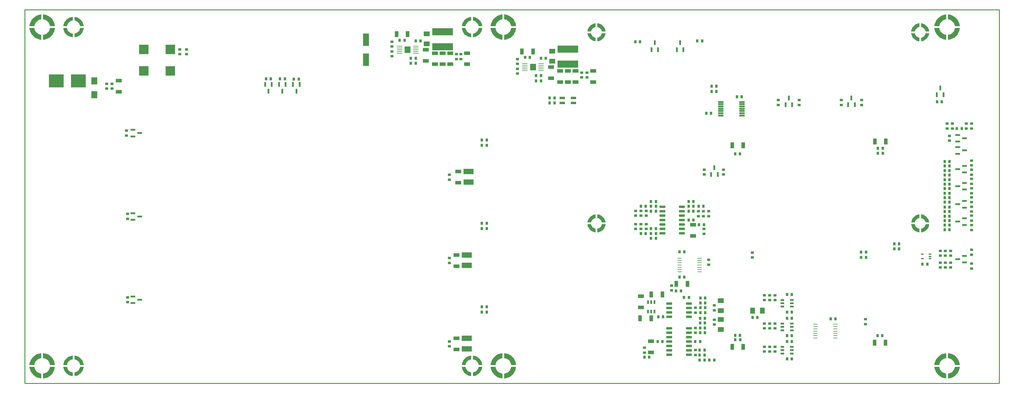
<source format=gtp>
G04 Layer_Color=10723209*
%FSLAX43Y43*%
%MOMM*%
G71*
G01*
G75*
%ADD10R,2.700X2.700*%
%ADD11O,0.800X0.400*%
%ADD13R,6.000X2.000*%
%ADD14R,1.000X0.600*%
%ADD15R,0.600X1.350*%
%ADD16R,1.340X1.800*%
%ADD17R,1.800X2.000*%
%ADD18R,0.900X0.800*%
G04:AMPARAMS|DCode=19|XSize=0.45mm|YSize=1.6mm|CornerRadius=0.05mm|HoleSize=0mm|Usage=FLASHONLY|Rotation=90.000|XOffset=0mm|YOffset=0mm|HoleType=Round|Shape=RoundedRectangle|*
%AMROUNDEDRECTD19*
21,1,0.450,1.501,0,0,90.0*
21,1,0.351,1.600,0,0,90.0*
1,1,0.099,0.750,0.175*
1,1,0.099,0.750,-0.175*
1,1,0.099,-0.750,-0.175*
1,1,0.099,-0.750,0.175*
%
%ADD19ROUNDEDRECTD19*%
%ADD20R,4.240X3.810*%
%ADD21R,0.800X0.900*%
%ADD22R,1.800X3.550*%
G04:AMPARAMS|DCode=24|XSize=0.65mm|YSize=1.65mm|CornerRadius=0.049mm|HoleSize=0mm|Usage=FLASHONLY|Rotation=90.000|XOffset=0mm|YOffset=0mm|HoleType=Round|Shape=RoundedRectangle|*
%AMROUNDEDRECTD24*
21,1,0.650,1.552,0,0,90.0*
21,1,0.552,1.650,0,0,90.0*
1,1,0.098,0.776,0.276*
1,1,0.098,0.776,-0.276*
1,1,0.098,-0.776,-0.276*
1,1,0.098,-0.776,0.276*
%
%ADD24ROUNDEDRECTD24*%
%ADD25R,2.900X1.500*%
%ADD26R,1.700X1.000*%
%ADD27R,1.600X0.800*%
G04:AMPARAMS|DCode=29|XSize=1.73mm|YSize=1.9mm|CornerRadius=0.052mm|HoleSize=0mm|Usage=FLASHONLY|Rotation=0.000|XOffset=0mm|YOffset=0mm|HoleType=Round|Shape=RoundedRectangle|*
%AMROUNDEDRECTD29*
21,1,1.730,1.796,0,0,0.0*
21,1,1.626,1.900,0,0,0.0*
1,1,0.104,0.813,-0.898*
1,1,0.104,-0.813,-0.898*
1,1,0.104,-0.813,0.898*
1,1,0.104,0.813,0.898*
%
%ADD29ROUNDEDRECTD29*%
%ADD30R,1.350X0.600*%
%ADD31R,0.600X1.000*%
%ADD32R,1.800X1.340*%
%ADD33R,1.000X1.700*%
%ADD43C,0.254*%
%ADD82O,1.300X0.250*%
G04:AMPARAMS|DCode=83|XSize=0.2mm|YSize=1.45mm|CornerRadius=0mm|HoleSize=0mm|Usage=FLASHONLY|Rotation=90.000|XOffset=0mm|YOffset=0mm|HoleType=Round|Shape=RoundedRectangle|*
%AMROUNDEDRECTD83*
21,1,0.200,1.450,0,0,90.0*
21,1,0.200,1.450,0,0,90.0*
1,1,0.000,0.725,0.100*
1,1,0.000,0.725,-0.100*
1,1,0.000,-0.725,-0.100*
1,1,0.000,-0.725,0.100*
%
%ADD83ROUNDEDRECTD83*%
G36*
X14508Y7917D02*
X15009Y7784D01*
X15478Y7566D01*
X15903Y7269D01*
X16269Y6903D01*
X16566Y6478D01*
X16784Y6009D01*
X16917Y5508D01*
X16939Y5250D01*
X15883D01*
X15883Y5250D01*
X15857Y5403D01*
X15767Y5699D01*
X15629Y5977D01*
X15449Y6229D01*
X15229Y6449D01*
X14977Y6629D01*
X14700Y6767D01*
X14403Y6857D01*
X14250Y6883D01*
X14250Y6883D01*
X14250D01*
X14250Y7939D01*
X14508Y7917D01*
D02*
G37*
G36*
X137250Y8641D02*
Y7236D01*
X137250D01*
Y7236D01*
X137063Y7207D01*
X136699Y7103D01*
X136358Y6938D01*
X136049Y6719D01*
X135781Y6452D01*
X135562Y6143D01*
X135398Y5801D01*
X135293Y5437D01*
X135264Y5250D01*
Y5250D01*
X133859D01*
X133874Y5468D01*
X133955Y5897D01*
X134087Y6313D01*
X134268Y6710D01*
X134495Y7083D01*
X134765Y7427D01*
X135074Y7735D01*
X135417Y8005D01*
X135790Y8232D01*
X136187Y8413D01*
X136603Y8545D01*
X137032Y8626D01*
X137250Y8641D01*
D01*
X137250D01*
X137250D01*
D02*
G37*
G36*
X162720Y45750D02*
X162744Y45632D01*
X162820Y45402D01*
X162930Y45188D01*
X163072Y44993D01*
X163243Y44822D01*
X163438Y44680D01*
X163652Y44570D01*
X163882Y44494D01*
X164000Y44470D01*
X164000Y44470D01*
X164000D01*
X164000Y43412D01*
X163777Y43434D01*
X163344Y43553D01*
X162938Y43744D01*
X162570Y44003D01*
X162253Y44320D01*
X161994Y44688D01*
X161803Y45094D01*
X161684Y45527D01*
X161662Y45750D01*
Y45750D01*
X162721D01*
X162720Y45750D01*
D02*
G37*
G36*
X129008Y7917D02*
X129509Y7784D01*
X129978Y7566D01*
X130403Y7269D01*
X130769Y6903D01*
X131066Y6478D01*
X131284Y6009D01*
X131417Y5508D01*
X131439Y5250D01*
X131439D01*
X131439Y5250D01*
Y5250D01*
X130383D01*
X130383Y5250D01*
X130357Y5403D01*
X130267Y5699D01*
X130129Y5977D01*
X129949Y6229D01*
X129729Y6449D01*
X129477Y6629D01*
X129200Y6767D01*
X128903Y6857D01*
X128750Y6883D01*
X128750Y6883D01*
X128750D01*
X128750Y7939D01*
X129008Y7917D01*
D02*
G37*
G36*
X13750Y6883D02*
X13750Y6883D01*
X13597Y6857D01*
X13301Y6767D01*
X13023Y6629D01*
X12771Y6449D01*
X12551Y6229D01*
X12371Y5977D01*
X12233Y5700D01*
X12143Y5403D01*
X12117Y5250D01*
Y5250D01*
X11061Y5250D01*
X11083Y5508D01*
X11216Y6009D01*
X11434Y6478D01*
X11731Y6903D01*
X12097Y7269D01*
X12522Y7566D01*
X12991Y7784D01*
X13492Y7917D01*
X13750Y7939D01*
Y6883D01*
D02*
G37*
G36*
X16939Y5250D02*
Y5250D01*
X16939D01*
X16939Y5250D01*
D02*
G37*
G36*
X128250Y6883D02*
X128250Y6883D01*
X128097Y6857D01*
X127801Y6767D01*
X127523Y6629D01*
X127271Y6449D01*
X127051Y6229D01*
X126871Y5977D01*
X126733Y5700D01*
X126643Y5403D01*
X126617Y5250D01*
Y5250D01*
X125561Y5250D01*
X125583Y5508D01*
X125716Y6009D01*
X125934Y6478D01*
X126231Y6903D01*
X126597Y7269D01*
X127022Y7566D01*
X127491Y7784D01*
X127992Y7917D01*
X128250Y7939D01*
Y6883D01*
D02*
G37*
G36*
X255740Y45750D02*
X255764Y45632D01*
X255840Y45402D01*
X255950Y45188D01*
X256092Y44993D01*
X256263Y44822D01*
X256458Y44680D01*
X256672Y44570D01*
X256902Y44494D01*
X257020Y44470D01*
X257020Y44470D01*
X257020D01*
X257020Y43412D01*
X256797Y43434D01*
X256364Y43553D01*
X255958Y43744D01*
X255590Y44003D01*
X255273Y44320D01*
X255014Y44688D01*
X254823Y45094D01*
X254704Y45527D01*
X254682Y45750D01*
Y45750D01*
X255741D01*
X255740Y45750D01*
D02*
G37*
G36*
X164000Y47529D02*
X164000Y47530D01*
X163882Y47506D01*
X163652Y47430D01*
X163438Y47320D01*
X163243Y47178D01*
X163072Y47007D01*
X162930Y46812D01*
X162820Y46598D01*
X162744Y46368D01*
X162720Y46250D01*
X162720D01*
Y46250D01*
X161662D01*
X161684Y46473D01*
X161803Y46906D01*
X161994Y47312D01*
X162253Y47680D01*
X162570Y47997D01*
X162938Y48256D01*
X163344Y48447D01*
X163777Y48566D01*
X164000Y48588D01*
Y48588D01*
X164000D01*
Y47529D01*
D02*
G37*
G36*
X257020D02*
X257020Y47530D01*
X256902Y47506D01*
X256672Y47430D01*
X256458Y47320D01*
X256263Y47178D01*
X256092Y47007D01*
X255950Y46812D01*
X255840Y46598D01*
X255764Y46368D01*
X255740Y46250D01*
X255740D01*
Y46250D01*
X254682D01*
X254704Y46473D01*
X254823Y46906D01*
X255014Y47312D01*
X255273Y47680D01*
X255590Y47997D01*
X255957Y48256D01*
X256364Y48447D01*
X256797Y48566D01*
X257020Y48588D01*
Y48588D01*
X257020D01*
Y47529D01*
D02*
G37*
G36*
X162720Y100750D02*
X162744Y100632D01*
X162820Y100402D01*
X162930Y100188D01*
X163072Y99993D01*
X163243Y99822D01*
X163438Y99680D01*
X163652Y99570D01*
X163882Y99494D01*
X164000Y99470D01*
X164000Y99470D01*
X164000D01*
X164000Y98412D01*
X163777Y98434D01*
X163344Y98553D01*
X162938Y98744D01*
X162570Y99003D01*
X162253Y99320D01*
X161994Y99688D01*
X161803Y100094D01*
X161684Y100527D01*
X161662Y100750D01*
Y100750D01*
X162721D01*
X162720Y100750D01*
D02*
G37*
G36*
X257743Y48566D02*
X258176Y48447D01*
X258582Y48256D01*
X258950Y47997D01*
X259267Y47680D01*
X259526Y47312D01*
X259717Y46906D01*
X259836Y46473D01*
X259858Y46250D01*
X259858Y46250D01*
Y46250D01*
X258799D01*
X258800Y46250D01*
X258776Y46368D01*
X258700Y46598D01*
X258590Y46812D01*
X258448Y47007D01*
X258277Y47178D01*
X258082Y47320D01*
X257868Y47430D01*
X257638Y47506D01*
X257520Y47530D01*
X257520D01*
Y48588D01*
X257743Y48566D01*
D02*
G37*
G36*
X166838Y45750D02*
X166816Y45527D01*
X166697Y45094D01*
X166506Y44688D01*
X166247Y44320D01*
X165930Y44003D01*
X165562Y43744D01*
X165156Y43553D01*
X164723Y43434D01*
X164500Y43412D01*
X164500D01*
Y44471D01*
X164500Y44470D01*
X164618Y44494D01*
X164848Y44570D01*
X165062Y44680D01*
X165257Y44822D01*
X165428Y44993D01*
X165570Y45188D01*
X165680Y45402D01*
X165756Y45632D01*
X165780Y45750D01*
Y45750D01*
Y45750D01*
X166838Y45750D01*
D02*
G37*
G36*
X259858D02*
X259836Y45527D01*
X259717Y45094D01*
X259526Y44688D01*
X259267Y44320D01*
X258950Y44003D01*
X258582Y43744D01*
X258176Y43553D01*
X257743Y43434D01*
X257520Y43412D01*
X257520D01*
Y44471D01*
X257520Y44470D01*
X257638Y44494D01*
X257868Y44570D01*
X258082Y44680D01*
X258277Y44822D01*
X258448Y44993D01*
X258590Y45188D01*
X258700Y45402D01*
X258776Y45632D01*
X258800Y45750D01*
Y45750D01*
Y45750D01*
X259858Y45750D01*
D02*
G37*
G36*
X164723Y48566D02*
X165156Y48447D01*
X165562Y48256D01*
X165930Y47997D01*
X166247Y47680D01*
X166506Y47312D01*
X166697Y46906D01*
X166816Y46473D01*
X166838Y46250D01*
X166838Y46250D01*
Y46250D01*
X165779D01*
X165780Y46250D01*
X165756Y46368D01*
X165680Y46598D01*
X165570Y46812D01*
X165428Y47007D01*
X165257Y47178D01*
X165062Y47320D01*
X164848Y47430D01*
X164618Y47506D01*
X164500Y47530D01*
X164500D01*
Y48588D01*
X164723Y48566D01*
D02*
G37*
G36*
X141141Y5250D02*
Y5250D01*
D01*
Y5250D01*
D02*
G37*
G36*
X16917Y4492D02*
X16784Y3991D01*
X16566Y3522D01*
X16269Y3097D01*
X15903Y2731D01*
X15478Y2434D01*
X15009Y2216D01*
X14508Y2083D01*
X14250Y2061D01*
D01*
X14250D01*
X14250D01*
Y3117D01*
X14250D01*
X14403Y3143D01*
X14699Y3233D01*
X14977Y3371D01*
X15229Y3551D01*
X15449Y3771D01*
X15629Y4023D01*
X15767Y4300D01*
X15857Y4597D01*
X15883Y4750D01*
X15883D01*
Y4750D01*
X16939D01*
X16917Y4492D01*
D02*
G37*
G36*
X126617Y4750D02*
X126643Y4597D01*
X126733Y4301D01*
X126871Y4023D01*
X127051Y3771D01*
X127271Y3551D01*
X127523Y3371D01*
X127800Y3233D01*
X128097Y3143D01*
X128250Y3117D01*
X128250D01*
Y2061D01*
X127992Y2083D01*
X127491Y2216D01*
X127022Y2434D01*
X126597Y2731D01*
X126231Y3097D01*
X125934Y3522D01*
X125716Y3991D01*
X125583Y4492D01*
X125561Y4750D01*
X126617D01*
Y4750D01*
D02*
G37*
G36*
X131417Y4492D02*
X131284Y3991D01*
X131066Y3522D01*
X130769Y3097D01*
X130403Y2731D01*
X129978Y2434D01*
X129509Y2216D01*
X129008Y2083D01*
X128750Y2061D01*
D01*
X128750D01*
X128750D01*
Y3117D01*
X128750D01*
X128903Y3143D01*
X129199Y3233D01*
X129477Y3371D01*
X129729Y3551D01*
X129949Y3771D01*
X130129Y4023D01*
X130267Y4300D01*
X130357Y4597D01*
X130383Y4750D01*
X130383D01*
Y4750D01*
X131439D01*
X131417Y4492D01*
D02*
G37*
G36*
X12117Y4750D02*
X12143Y4597D01*
X12233Y4301D01*
X12371Y4023D01*
X12551Y3771D01*
X12771Y3551D01*
X13023Y3371D01*
X13300Y3233D01*
X13597Y3143D01*
X13750Y3117D01*
X13750D01*
Y2061D01*
X13492Y2083D01*
X12991Y2216D01*
X12522Y2434D01*
X12097Y2731D01*
X11731Y3097D01*
X11434Y3522D01*
X11216Y3991D01*
X11083Y4492D01*
X11061Y4750D01*
X12117D01*
Y4750D01*
D02*
G37*
G36*
X8641Y4750D02*
X8626Y4532D01*
X8545Y4103D01*
X8413Y3687D01*
X8232Y3290D01*
X8005Y2917D01*
X7735Y2573D01*
X7426Y2265D01*
X7083Y1995D01*
X6710Y1768D01*
X6313Y1587D01*
X5897Y1455D01*
X5468Y1373D01*
X5250Y1359D01*
X5250Y1359D01*
Y2764D01*
X5250D01*
X5437Y2793D01*
X5801Y2897D01*
X6142Y3062D01*
X6451Y3281D01*
X6719Y3548D01*
X6938Y3857D01*
X7102Y4199D01*
X7207Y4563D01*
X7236Y4750D01*
X7236Y4750D01*
X8641D01*
Y4750D01*
D02*
G37*
G36*
X268641D02*
X268626Y4532D01*
X268545Y4103D01*
X268413Y3687D01*
X268232Y3290D01*
X268005Y2917D01*
X267735Y2573D01*
X267427Y2265D01*
X267083Y1995D01*
X266710Y1768D01*
X266313Y1587D01*
X265897Y1455D01*
X265468Y1373D01*
X265250Y1359D01*
X265250Y1359D01*
Y2764D01*
X265250D01*
X265437Y2793D01*
X265801Y2897D01*
X266142Y3062D01*
X266451Y3281D01*
X266719Y3548D01*
X266938Y3857D01*
X267102Y4199D01*
X267207Y4563D01*
X267236Y4750D01*
X267236Y4750D01*
X268641D01*
Y4750D01*
D02*
G37*
G36*
X141141Y4750D02*
X141126Y4532D01*
X141045Y4103D01*
X140913Y3687D01*
X140732Y3290D01*
X140505Y2917D01*
X140235Y2573D01*
X139926Y2265D01*
X139583Y1995D01*
X139210Y1768D01*
X138813Y1587D01*
X138397Y1455D01*
X137968Y1374D01*
X137750Y1359D01*
X137750Y1359D01*
Y2764D01*
X137750D01*
X137937Y2793D01*
X138301Y2897D01*
X138642Y3062D01*
X138951Y3281D01*
X139219Y3548D01*
X139438Y3857D01*
X139602Y4199D01*
X139707Y4563D01*
X139736Y4750D01*
X139736Y4750D01*
X141141D01*
Y4750D01*
D02*
G37*
G36*
X2793Y4563D02*
X2897Y4199D01*
X3062Y3858D01*
X3281Y3549D01*
X3548Y3281D01*
X3857Y3062D01*
X4199Y2898D01*
X4563Y2793D01*
X4750Y2764D01*
X4750D01*
Y1359D01*
X4750Y1359D01*
X4532Y1374D01*
X4103Y1455D01*
X3687Y1587D01*
X3290Y1768D01*
X2917Y1995D01*
X2573Y2265D01*
X2265Y2573D01*
X1995Y2917D01*
X1768Y3290D01*
X1587Y3687D01*
X1455Y4103D01*
X1374Y4532D01*
X1359Y4750D01*
X1359Y4750D01*
X2764D01*
Y4750D01*
X2793Y4563D01*
D02*
G37*
G36*
X265468Y8626D02*
X265897Y8545D01*
X266313Y8413D01*
X266710Y8232D01*
X267083Y8005D01*
X267427Y7735D01*
X267735Y7426D01*
X268005Y7083D01*
X268232Y6710D01*
X268413Y6313D01*
X268545Y5897D01*
X268626Y5468D01*
X268641Y5250D01*
D01*
Y5250D01*
Y5250D01*
X267236D01*
Y5250D01*
X267236Y5250D01*
X267207Y5437D01*
X267103Y5801D01*
X266938Y6142D01*
X266719Y6451D01*
X266452Y6719D01*
X266143Y6938D01*
X265801Y7102D01*
X265437Y7207D01*
X265250Y7236D01*
X265250Y7236D01*
Y8641D01*
X265468Y8626D01*
D02*
G37*
G36*
X4750Y8641D02*
Y7236D01*
X4750D01*
Y7236D01*
X4563Y7207D01*
X4199Y7102D01*
X3858Y6938D01*
X3549Y6719D01*
X3281Y6452D01*
X3062Y6143D01*
X2898Y5801D01*
X2793Y5437D01*
X2764Y5250D01*
Y5250D01*
X1359D01*
X1374Y5468D01*
X1455Y5897D01*
X1587Y6313D01*
X1768Y6710D01*
X1995Y7083D01*
X2265Y7427D01*
X2573Y7735D01*
X2917Y8005D01*
X3290Y8232D01*
X3687Y8413D01*
X4103Y8545D01*
X4532Y8626D01*
X4750Y8641D01*
D01*
X4750D01*
X4750D01*
D02*
G37*
G36*
X264750D02*
Y7236D01*
X264750D01*
Y7236D01*
X264563Y7207D01*
X264199Y7102D01*
X263858Y6938D01*
X263549Y6719D01*
X263281Y6452D01*
X263062Y6143D01*
X262898Y5801D01*
X262793Y5437D01*
X262764Y5250D01*
Y5250D01*
X261359D01*
X261374Y5468D01*
X261455Y5897D01*
X261587Y6313D01*
X261768Y6710D01*
X261995Y7083D01*
X262265Y7427D01*
X262573Y7735D01*
X262917Y8005D01*
X263290Y8232D01*
X263687Y8413D01*
X264103Y8545D01*
X264532Y8626D01*
X264750Y8641D01*
D01*
X264750D01*
X264750D01*
D02*
G37*
G36*
X137968Y8626D02*
X138397Y8545D01*
X138813Y8413D01*
X139210Y8232D01*
X139583Y8005D01*
X139927Y7735D01*
X140235Y7426D01*
X140505Y7083D01*
X140732Y6710D01*
X140913Y6313D01*
X141045Y5897D01*
X141126Y5468D01*
X141141Y5250D01*
X139736D01*
Y5250D01*
X139736Y5250D01*
X139707Y5437D01*
X139603Y5801D01*
X139438Y6142D01*
X139219Y6451D01*
X138952Y6719D01*
X138643Y6938D01*
X138301Y7102D01*
X137937Y7207D01*
X137750Y7236D01*
X137750Y7236D01*
Y8641D01*
X137968Y8626D01*
D02*
G37*
G36*
X262793Y4563D02*
X262897Y4199D01*
X263062Y3858D01*
X263281Y3549D01*
X263548Y3281D01*
X263857Y3062D01*
X264199Y2898D01*
X264563Y2793D01*
X264750Y2764D01*
X264750D01*
Y1359D01*
X264750Y1359D01*
X264532Y1374D01*
X264103Y1455D01*
X263687Y1587D01*
X263290Y1768D01*
X262917Y1995D01*
X262573Y2265D01*
X262265Y2573D01*
X261995Y2917D01*
X261768Y3290D01*
X261587Y3687D01*
X261455Y4103D01*
X261374Y4532D01*
X261359Y4750D01*
X261359Y4750D01*
X262764D01*
Y4750D01*
X262793Y4563D01*
D02*
G37*
G36*
X135293Y4563D02*
X135397Y4199D01*
X135562Y3858D01*
X135781Y3549D01*
X136048Y3281D01*
X136357Y3062D01*
X136699Y2898D01*
X137063Y2793D01*
X137250Y2764D01*
X137250D01*
Y1359D01*
X137250Y1359D01*
X137032Y1374D01*
X136603Y1455D01*
X136187Y1587D01*
X135790Y1768D01*
X135417Y1995D01*
X135073Y2265D01*
X134765Y2573D01*
X134495Y2917D01*
X134268Y3290D01*
X134087Y3687D01*
X133955Y4103D01*
X133874Y4532D01*
X133859Y4750D01*
X133859Y4750D01*
X135264D01*
Y4750D01*
X135293Y4563D01*
D02*
G37*
G36*
X5468Y8626D02*
X5897Y8545D01*
X6313Y8413D01*
X6710Y8232D01*
X7083Y8005D01*
X7427Y7735D01*
X7735Y7426D01*
X8005Y7083D01*
X8232Y6710D01*
X8413Y6313D01*
X8545Y5897D01*
X8626Y5468D01*
X8641Y5250D01*
D01*
Y5250D01*
Y5250D01*
X7236D01*
Y5250D01*
X7236Y5250D01*
X7207Y5437D01*
X7103Y5801D01*
X6938Y6142D01*
X6719Y6451D01*
X6452Y6719D01*
X6143Y6938D01*
X5801Y7102D01*
X5437Y7207D01*
X5250Y7236D01*
X5250Y7236D01*
Y8641D01*
X5468Y8626D01*
D02*
G37*
G36*
X255720Y100750D02*
X255744Y100632D01*
X255820Y100402D01*
X255930Y100188D01*
X256072Y99993D01*
X256243Y99822D01*
X256438Y99680D01*
X256652Y99570D01*
X256882Y99494D01*
X257000Y99470D01*
X257000Y99470D01*
X257000D01*
X257000Y98412D01*
X256777Y98434D01*
X256344Y98553D01*
X255938Y98744D01*
X255570Y99003D01*
X255253Y99320D01*
X254994Y99688D01*
X254803Y100094D01*
X254684Y100527D01*
X254662Y100750D01*
Y100750D01*
X255721D01*
X255720Y100750D01*
D02*
G37*
G36*
X13750Y104383D02*
X13750Y104383D01*
X13597Y104357D01*
X13301Y104267D01*
X13023Y104129D01*
X12771Y103949D01*
X12551Y103729D01*
X12371Y103477D01*
X12233Y103200D01*
X12143Y102903D01*
X12117Y102750D01*
Y102750D01*
X11061Y102750D01*
X11083Y103008D01*
X11216Y103509D01*
X11434Y103978D01*
X11731Y104403D01*
X12097Y104769D01*
X12522Y105066D01*
X12991Y105284D01*
X13492Y105417D01*
X13750Y105439D01*
Y104383D01*
D02*
G37*
G36*
X16939Y102750D02*
Y102750D01*
X16939D01*
X16939Y102750D01*
D02*
G37*
G36*
X128250Y104383D02*
X128250Y104383D01*
X128097Y104357D01*
X127801Y104267D01*
X127523Y104129D01*
X127271Y103949D01*
X127051Y103729D01*
X126871Y103477D01*
X126733Y103200D01*
X126643Y102903D01*
X126617Y102750D01*
Y102750D01*
X125561Y102750D01*
X125583Y103008D01*
X125716Y103509D01*
X125934Y103978D01*
X126231Y104403D01*
X126597Y104769D01*
X127022Y105066D01*
X127491Y105284D01*
X127992Y105417D01*
X128250Y105439D01*
Y104383D01*
D02*
G37*
G36*
X265468Y106126D02*
X265897Y106045D01*
X266313Y105913D01*
X266710Y105732D01*
X267083Y105505D01*
X267427Y105235D01*
X267735Y104926D01*
X268005Y104583D01*
X268232Y104210D01*
X268413Y103813D01*
X268545Y103397D01*
X268626Y102968D01*
X268641Y102750D01*
D01*
Y102750D01*
Y102750D01*
X267236D01*
Y102750D01*
X267236Y102750D01*
X267207Y102937D01*
X267103Y103301D01*
X266938Y103642D01*
X266719Y103951D01*
X266452Y104219D01*
X266143Y104438D01*
X265801Y104602D01*
X265437Y104707D01*
X265250Y104736D01*
X265250Y104736D01*
Y106141D01*
X265468Y106126D01*
D02*
G37*
G36*
X137968D02*
X138397Y106045D01*
X138813Y105913D01*
X139210Y105732D01*
X139583Y105505D01*
X139927Y105235D01*
X140235Y104926D01*
X140505Y104583D01*
X140732Y104210D01*
X140913Y103813D01*
X141045Y103397D01*
X141126Y102968D01*
X141141Y102750D01*
X139736D01*
Y102750D01*
X139736Y102750D01*
X139707Y102937D01*
X139603Y103301D01*
X139438Y103642D01*
X139219Y103951D01*
X138952Y104219D01*
X138643Y104438D01*
X138301Y104602D01*
X137937Y104707D01*
X137750Y104736D01*
X137750Y104736D01*
Y106141D01*
X137968Y106126D01*
D02*
G37*
G36*
X5468D02*
X5897Y106045D01*
X6313Y105913D01*
X6710Y105732D01*
X7083Y105505D01*
X7427Y105235D01*
X7735Y104926D01*
X8005Y104583D01*
X8232Y104210D01*
X8413Y103813D01*
X8545Y103397D01*
X8626Y102968D01*
X8641Y102750D01*
D01*
Y102750D01*
Y102750D01*
X7236D01*
Y102750D01*
X7236Y102750D01*
X7207Y102937D01*
X7103Y103301D01*
X6938Y103642D01*
X6719Y103951D01*
X6452Y104219D01*
X6143Y104438D01*
X5801Y104602D01*
X5437Y104707D01*
X5250Y104736D01*
X5250Y104736D01*
Y106141D01*
X5468Y106126D01*
D02*
G37*
G36*
X141141Y102750D02*
Y102750D01*
D01*
Y102750D01*
D02*
G37*
G36*
X129008Y105417D02*
X129509Y105284D01*
X129978Y105066D01*
X130403Y104769D01*
X130769Y104403D01*
X131066Y103978D01*
X131284Y103509D01*
X131417Y103008D01*
X131439Y102750D01*
X131439D01*
X131439Y102750D01*
Y102750D01*
X130383D01*
X130383Y102750D01*
X130357Y102903D01*
X130267Y103199D01*
X130129Y103477D01*
X129949Y103729D01*
X129729Y103949D01*
X129477Y104129D01*
X129200Y104267D01*
X128903Y104357D01*
X128750Y104383D01*
X128750Y104383D01*
X128750D01*
X128750Y105439D01*
X129008Y105417D01*
D02*
G37*
G36*
X4750Y106141D02*
D01*
X4750D01*
X4750D01*
D02*
G37*
G36*
X137250D02*
D01*
X137250D01*
X137250D01*
D02*
G37*
G36*
X264750D02*
D01*
X264750D01*
X264750D01*
D02*
G37*
G36*
Y104736D02*
X264750D01*
Y104736D01*
X264563Y104707D01*
X264199Y104603D01*
X263858Y104438D01*
X263549Y104219D01*
X263281Y103952D01*
X263062Y103643D01*
X262898Y103301D01*
X262793Y102937D01*
X262764Y102750D01*
Y102750D01*
X261359D01*
X261374Y102968D01*
X261455Y103397D01*
X261587Y103813D01*
X261768Y104210D01*
X261995Y104583D01*
X262265Y104927D01*
X262573Y105235D01*
X262917Y105505D01*
X263290Y105732D01*
X263687Y105913D01*
X264103Y106045D01*
X264532Y106126D01*
X264750Y106141D01*
Y104736D01*
D02*
G37*
G36*
X4750D02*
X4750D01*
Y104736D01*
X4563Y104707D01*
X4199Y104603D01*
X3858Y104438D01*
X3549Y104219D01*
X3281Y103952D01*
X3062Y103643D01*
X2898Y103301D01*
X2793Y102937D01*
X2764Y102750D01*
Y102750D01*
X1359D01*
X1374Y102968D01*
X1455Y103397D01*
X1587Y103813D01*
X1768Y104210D01*
X1995Y104583D01*
X2265Y104927D01*
X2573Y105235D01*
X2917Y105505D01*
X3290Y105732D01*
X3687Y105913D01*
X4103Y106045D01*
X4532Y106126D01*
X4750Y106141D01*
Y104736D01*
D02*
G37*
G36*
X14508Y105417D02*
X15009Y105284D01*
X15478Y105066D01*
X15903Y104769D01*
X16269Y104403D01*
X16566Y103978D01*
X16784Y103509D01*
X16917Y103008D01*
X16939Y102750D01*
X15883D01*
X15883Y102750D01*
X15857Y102903D01*
X15767Y103199D01*
X15629Y103477D01*
X15449Y103729D01*
X15229Y103949D01*
X14977Y104129D01*
X14700Y104267D01*
X14403Y104357D01*
X14250Y104383D01*
X14250Y104383D01*
X14250D01*
X14250Y105439D01*
X14508Y105417D01*
D02*
G37*
G36*
X137250Y104736D02*
X137250D01*
Y104736D01*
X137063Y104707D01*
X136699Y104603D01*
X136358Y104438D01*
X136049Y104219D01*
X135781Y103952D01*
X135562Y103643D01*
X135398Y103301D01*
X135293Y102937D01*
X135264Y102750D01*
Y102750D01*
X133859D01*
X133874Y102968D01*
X133955Y103397D01*
X134087Y103813D01*
X134268Y104210D01*
X134495Y104583D01*
X134765Y104927D01*
X135074Y105235D01*
X135417Y105505D01*
X135790Y105732D01*
X136187Y105913D01*
X136603Y106045D01*
X137032Y106126D01*
X137250Y106141D01*
Y104736D01*
D02*
G37*
G36*
X257000Y102529D02*
X257000Y102530D01*
X256882Y102506D01*
X256652Y102430D01*
X256438Y102320D01*
X256243Y102178D01*
X256072Y102007D01*
X255930Y101812D01*
X255820Y101598D01*
X255744Y101368D01*
X255720Y101250D01*
X255720D01*
Y101250D01*
X254662D01*
X254684Y101473D01*
X254803Y101906D01*
X254994Y102312D01*
X255253Y102680D01*
X255570Y102997D01*
X255938Y103256D01*
X256344Y103447D01*
X256777Y103566D01*
X257000Y103588D01*
Y103588D01*
X257000D01*
Y102529D01*
D02*
G37*
G36*
X259838Y100750D02*
X259816Y100527D01*
X259697Y100094D01*
X259506Y99688D01*
X259247Y99320D01*
X258930Y99003D01*
X258562Y98744D01*
X258156Y98553D01*
X257723Y98434D01*
X257500Y98412D01*
X257500D01*
Y99471D01*
X257500Y99470D01*
X257618Y99494D01*
X257848Y99570D01*
X258062Y99680D01*
X258257Y99822D01*
X258428Y99993D01*
X258570Y100188D01*
X258680Y100402D01*
X258756Y100632D01*
X258780Y100750D01*
Y100750D01*
Y100750D01*
X259838Y100750D01*
D02*
G37*
G36*
X12117Y102250D02*
X12143Y102097D01*
X12233Y101801D01*
X12371Y101523D01*
X12551Y101271D01*
X12771Y101051D01*
X13023Y100871D01*
X13300Y100733D01*
X13597Y100643D01*
X13750Y100617D01*
X13750D01*
Y99561D01*
X13492Y99583D01*
X12991Y99716D01*
X12522Y99934D01*
X12097Y100231D01*
X11731Y100597D01*
X11434Y101022D01*
X11216Y101491D01*
X11083Y101992D01*
X11061Y102250D01*
X12117D01*
Y102250D01*
D02*
G37*
G36*
X16917Y101992D02*
X16784Y101491D01*
X16566Y101022D01*
X16269Y100597D01*
X15903Y100231D01*
X15478Y99934D01*
X15009Y99716D01*
X14508Y99583D01*
X14250Y99561D01*
D01*
X14250D01*
X14250D01*
Y100617D01*
X14250D01*
X14403Y100643D01*
X14699Y100733D01*
X14977Y100871D01*
X15229Y101051D01*
X15449Y101271D01*
X15629Y101523D01*
X15767Y101800D01*
X15857Y102097D01*
X15883Y102250D01*
X15883D01*
Y102250D01*
X16939D01*
X16917Y101992D01*
D02*
G37*
G36*
X166838Y100750D02*
X166816Y100527D01*
X166697Y100094D01*
X166506Y99688D01*
X166247Y99320D01*
X165930Y99003D01*
X165562Y98744D01*
X165156Y98553D01*
X164723Y98434D01*
X164500Y98412D01*
X164500D01*
Y99471D01*
X164500Y99470D01*
X164618Y99494D01*
X164848Y99570D01*
X165062Y99680D01*
X165257Y99822D01*
X165428Y99993D01*
X165570Y100188D01*
X165680Y100402D01*
X165756Y100632D01*
X165780Y100750D01*
Y100750D01*
Y100750D01*
X166838Y100750D01*
D02*
G37*
G36*
X8641Y102250D02*
X8626Y102032D01*
X8545Y101603D01*
X8413Y101187D01*
X8232Y100790D01*
X8005Y100417D01*
X7735Y100073D01*
X7426Y99765D01*
X7083Y99495D01*
X6710Y99268D01*
X6313Y99087D01*
X5897Y98955D01*
X5468Y98874D01*
X5250Y98859D01*
X5250Y98859D01*
Y100264D01*
X5250D01*
X5437Y100293D01*
X5801Y100397D01*
X6142Y100562D01*
X6451Y100781D01*
X6719Y101048D01*
X6938Y101357D01*
X7102Y101699D01*
X7207Y102063D01*
X7236Y102250D01*
X7236Y102250D01*
X8641D01*
Y102250D01*
D02*
G37*
G36*
X141141D02*
X141126Y102032D01*
X141045Y101603D01*
X140913Y101187D01*
X140732Y100790D01*
X140505Y100417D01*
X140235Y100073D01*
X139926Y99765D01*
X139583Y99495D01*
X139210Y99268D01*
X138813Y99087D01*
X138397Y98955D01*
X137968Y98874D01*
X137750Y98859D01*
X137750Y98859D01*
Y100264D01*
X137750D01*
X137937Y100293D01*
X138301Y100397D01*
X138642Y100562D01*
X138951Y100781D01*
X139219Y101048D01*
X139438Y101357D01*
X139602Y101699D01*
X139707Y102063D01*
X139736Y102250D01*
X139736Y102250D01*
X141141D01*
Y102250D01*
D02*
G37*
G36*
X268641D02*
X268626Y102032D01*
X268545Y101603D01*
X268413Y101187D01*
X268232Y100790D01*
X268005Y100417D01*
X267735Y100073D01*
X267427Y99765D01*
X267083Y99495D01*
X266710Y99268D01*
X266313Y99087D01*
X265897Y98955D01*
X265468Y98874D01*
X265250Y98859D01*
X265250Y98859D01*
Y100264D01*
X265250D01*
X265437Y100293D01*
X265801Y100397D01*
X266142Y100562D01*
X266451Y100781D01*
X266719Y101048D01*
X266938Y101357D01*
X267102Y101699D01*
X267207Y102063D01*
X267236Y102250D01*
X267236Y102250D01*
X268641D01*
Y102250D01*
D02*
G37*
G36*
X126617Y102250D02*
X126643Y102097D01*
X126733Y101801D01*
X126871Y101523D01*
X127051Y101271D01*
X127271Y101051D01*
X127523Y100871D01*
X127800Y100733D01*
X128097Y100643D01*
X128250Y100617D01*
X128250D01*
Y99561D01*
X127992Y99583D01*
X127491Y99716D01*
X127022Y99934D01*
X126597Y100231D01*
X126231Y100597D01*
X125934Y101022D01*
X125716Y101491D01*
X125583Y101992D01*
X125561Y102250D01*
X126617D01*
Y102250D01*
D02*
G37*
G36*
X135293Y102063D02*
X135397Y101699D01*
X135562Y101358D01*
X135781Y101049D01*
X136048Y100781D01*
X136357Y100562D01*
X136699Y100398D01*
X137063Y100293D01*
X137250Y100264D01*
X137250D01*
Y98859D01*
X137250Y98859D01*
X137032Y98874D01*
X136603Y98955D01*
X136187Y99087D01*
X135790Y99268D01*
X135417Y99495D01*
X135073Y99765D01*
X134765Y100074D01*
X134495Y100417D01*
X134268Y100790D01*
X134087Y101187D01*
X133955Y101603D01*
X133874Y102032D01*
X133859Y102250D01*
X133859Y102250D01*
X135264D01*
Y102250D01*
X135293Y102063D01*
D02*
G37*
G36*
X262793D02*
X262897Y101699D01*
X263062Y101358D01*
X263281Y101049D01*
X263548Y100781D01*
X263857Y100562D01*
X264199Y100398D01*
X264563Y100293D01*
X264750Y100264D01*
X264750D01*
Y98859D01*
X264750Y98859D01*
X264532Y98874D01*
X264103Y98955D01*
X263687Y99087D01*
X263290Y99268D01*
X262917Y99495D01*
X262573Y99765D01*
X262265Y100074D01*
X261995Y100417D01*
X261768Y100790D01*
X261587Y101187D01*
X261455Y101603D01*
X261374Y102032D01*
X261359Y102250D01*
X261359Y102250D01*
X262764D01*
Y102250D01*
X262793Y102063D01*
D02*
G37*
G36*
X164000Y102529D02*
X164000Y102530D01*
X163882Y102506D01*
X163652Y102430D01*
X163438Y102320D01*
X163243Y102178D01*
X163072Y102007D01*
X162930Y101812D01*
X162820Y101598D01*
X162744Y101368D01*
X162720Y101250D01*
X162720D01*
Y101250D01*
X161662D01*
X161684Y101473D01*
X161803Y101906D01*
X161994Y102312D01*
X162253Y102680D01*
X162570Y102997D01*
X162938Y103256D01*
X163344Y103447D01*
X163777Y103566D01*
X164000Y103588D01*
Y103588D01*
X164000D01*
Y102529D01*
D02*
G37*
G36*
X2793Y102063D02*
X2897Y101699D01*
X3062Y101358D01*
X3281Y101049D01*
X3548Y100781D01*
X3857Y100562D01*
X4199Y100398D01*
X4563Y100293D01*
X4750Y100264D01*
X4750D01*
Y98859D01*
X4750Y98859D01*
X4532Y98874D01*
X4103Y98955D01*
X3687Y99087D01*
X3290Y99268D01*
X2917Y99495D01*
X2573Y99765D01*
X2265Y100074D01*
X1995Y100417D01*
X1768Y100790D01*
X1587Y101187D01*
X1455Y101603D01*
X1374Y102032D01*
X1359Y102250D01*
X1359Y102250D01*
X2764D01*
Y102250D01*
X2793Y102063D01*
D02*
G37*
G36*
X131417Y101992D02*
X131284Y101491D01*
X131066Y101022D01*
X130769Y100597D01*
X130403Y100231D01*
X129978Y99934D01*
X129509Y99716D01*
X129008Y99583D01*
X128750Y99561D01*
D01*
X128750D01*
X128750D01*
Y100617D01*
X128750D01*
X128903Y100643D01*
X129199Y100733D01*
X129477Y100871D01*
X129729Y101051D01*
X129949Y101271D01*
X130129Y101523D01*
X130267Y101800D01*
X130357Y102097D01*
X130383Y102250D01*
X130383D01*
Y102250D01*
X131439D01*
X131417Y101992D01*
D02*
G37*
G36*
X164723Y103566D02*
X165156Y103447D01*
X165562Y103256D01*
X165930Y102997D01*
X166247Y102680D01*
X166506Y102312D01*
X166697Y101906D01*
X166816Y101473D01*
X166838Y101250D01*
X166838Y101250D01*
Y101250D01*
X165779D01*
X165780Y101250D01*
X165756Y101368D01*
X165680Y101598D01*
X165570Y101812D01*
X165428Y102007D01*
X165257Y102178D01*
X165062Y102320D01*
X164848Y102430D01*
X164618Y102506D01*
X164500Y102530D01*
X164500D01*
Y103588D01*
X164723Y103566D01*
D02*
G37*
G36*
X257723D02*
X258156Y103447D01*
X258562Y103256D01*
X258930Y102997D01*
X259247Y102680D01*
X259506Y102312D01*
X259697Y101906D01*
X259816Y101473D01*
X259838Y101250D01*
X259838Y101250D01*
Y101250D01*
X258779D01*
X258780Y101250D01*
X258756Y101368D01*
X258680Y101598D01*
X258570Y101812D01*
X258428Y102007D01*
X258257Y102178D01*
X258062Y102320D01*
X257848Y102430D01*
X257618Y102506D01*
X257500Y102530D01*
X257500D01*
Y103588D01*
X257723Y103566D01*
D02*
G37*
D10*
X34190Y96110D02*
D03*
X41810D02*
D03*
Y89890D02*
D03*
X34190D02*
D03*
D11*
X260100Y35850D02*
D03*
Y36500D02*
D03*
X257900Y35850D02*
D03*
Y37150D02*
D03*
X260100D02*
D03*
D13*
X156000Y96150D02*
D03*
Y91850D02*
D03*
X120000Y101150D02*
D03*
Y96850D02*
D03*
D14*
X217625Y10450D02*
D03*
Y9500D02*
D03*
Y8550D02*
D03*
X220375D02*
D03*
Y9500D02*
D03*
Y10450D02*
D03*
X217625Y23950D02*
D03*
Y23000D02*
D03*
Y22050D02*
D03*
X220375D02*
D03*
Y23000D02*
D03*
Y23950D02*
D03*
X217625Y17150D02*
D03*
Y16200D02*
D03*
Y15250D02*
D03*
X220375D02*
D03*
Y16200D02*
D03*
Y17150D02*
D03*
D15*
X262050Y83025D02*
D03*
X263950D02*
D03*
X263000Y84975D02*
D03*
X198130Y62045D02*
D03*
X199080Y60095D02*
D03*
X197180D02*
D03*
X70000Y84025D02*
D03*
X69050Y85975D02*
D03*
X70950D02*
D03*
X74000Y84025D02*
D03*
X73050Y85975D02*
D03*
X74950D02*
D03*
X78000Y84025D02*
D03*
X77050Y85975D02*
D03*
X78950D02*
D03*
X188300Y97975D02*
D03*
X189250Y96025D02*
D03*
X187350D02*
D03*
X181000Y97975D02*
D03*
X181950Y96025D02*
D03*
X180050D02*
D03*
X237500Y82075D02*
D03*
X238450Y80125D02*
D03*
X236550D02*
D03*
X218550Y80125D02*
D03*
X220450D02*
D03*
X219500Y82075D02*
D03*
D16*
X211930Y20900D02*
D03*
X209070D02*
D03*
D17*
X20000Y87000D02*
D03*
Y83000D02*
D03*
D18*
X214000Y10500D02*
D03*
Y9100D02*
D03*
X215500Y10500D02*
D03*
Y9100D02*
D03*
X209000Y37600D02*
D03*
Y36200D02*
D03*
X241500Y18400D02*
D03*
Y17000D02*
D03*
X222500Y81500D02*
D03*
Y80100D02*
D03*
X214000Y25300D02*
D03*
Y23900D02*
D03*
X196500Y34100D02*
D03*
Y35500D02*
D03*
X198100Y16900D02*
D03*
Y18300D02*
D03*
Y22400D02*
D03*
Y21000D02*
D03*
X266000Y33300D02*
D03*
Y34700D02*
D03*
Y38100D02*
D03*
Y36700D02*
D03*
X29200Y72700D02*
D03*
Y71300D02*
D03*
X234600Y81500D02*
D03*
Y80100D02*
D03*
X29500Y48700D02*
D03*
Y47300D02*
D03*
X240400Y81500D02*
D03*
Y80100D02*
D03*
X29500Y24700D02*
D03*
Y23300D02*
D03*
X105500Y98300D02*
D03*
Y96900D02*
D03*
X141500Y93300D02*
D03*
Y91900D02*
D03*
X195000Y49500D02*
D03*
Y48100D02*
D03*
X196500D02*
D03*
Y49500D02*
D03*
X177000Y49600D02*
D03*
Y48200D02*
D03*
X175500D02*
D03*
Y49600D02*
D03*
X177000Y44400D02*
D03*
Y45800D02*
D03*
X175500D02*
D03*
Y44400D02*
D03*
X185800Y28100D02*
D03*
Y26700D02*
D03*
X105500Y95500D02*
D03*
Y94100D02*
D03*
X124000Y94700D02*
D03*
Y93300D02*
D03*
X141500Y89100D02*
D03*
Y90500D02*
D03*
X160000Y88000D02*
D03*
Y89400D02*
D03*
X46500Y94700D02*
D03*
Y96100D02*
D03*
X25000Y84800D02*
D03*
Y86200D02*
D03*
X200730Y61470D02*
D03*
Y60070D02*
D03*
X195230Y61470D02*
D03*
Y60070D02*
D03*
X195100Y43000D02*
D03*
Y44400D02*
D03*
X122000Y58600D02*
D03*
Y60000D02*
D03*
X193500Y49500D02*
D03*
Y48100D02*
D03*
X122000Y34600D02*
D03*
Y36000D02*
D03*
X178500Y49600D02*
D03*
Y48200D02*
D03*
X122000Y10600D02*
D03*
Y12000D02*
D03*
X178500Y44400D02*
D03*
Y45800D02*
D03*
X178000Y10200D02*
D03*
Y8800D02*
D03*
X192700Y9500D02*
D03*
Y8100D02*
D03*
Y20300D02*
D03*
Y21700D02*
D03*
Y14500D02*
D03*
Y15900D02*
D03*
X270500Y73300D02*
D03*
Y74700D02*
D03*
X266500Y73300D02*
D03*
Y74700D02*
D03*
X264500Y38100D02*
D03*
Y36700D02*
D03*
Y33300D02*
D03*
Y34700D02*
D03*
X263000Y38100D02*
D03*
Y36700D02*
D03*
Y34700D02*
D03*
Y33300D02*
D03*
X265700Y71200D02*
D03*
Y69800D02*
D03*
X215500Y23900D02*
D03*
Y25300D02*
D03*
X23500Y86200D02*
D03*
Y84800D02*
D03*
X44500Y96100D02*
D03*
Y94700D02*
D03*
X161500Y89400D02*
D03*
Y88000D02*
D03*
X125300Y94700D02*
D03*
Y93300D02*
D03*
X272000Y73300D02*
D03*
Y74700D02*
D03*
X265000Y73300D02*
D03*
Y74700D02*
D03*
X272000Y34400D02*
D03*
Y33000D02*
D03*
Y37000D02*
D03*
Y38400D02*
D03*
Y45500D02*
D03*
Y44100D02*
D03*
Y46800D02*
D03*
Y48200D02*
D03*
Y50800D02*
D03*
Y49400D02*
D03*
Y52100D02*
D03*
Y53500D02*
D03*
Y56100D02*
D03*
Y54700D02*
D03*
Y57400D02*
D03*
Y58800D02*
D03*
Y61400D02*
D03*
Y60000D02*
D03*
Y62700D02*
D03*
Y64100D02*
D03*
X212500Y25300D02*
D03*
Y23900D02*
D03*
X216500Y80100D02*
D03*
Y81500D02*
D03*
X215500Y17200D02*
D03*
Y15800D02*
D03*
X212500D02*
D03*
Y17200D02*
D03*
X214000D02*
D03*
Y15800D02*
D03*
X212500Y9100D02*
D03*
Y10500D02*
D03*
D19*
X199950Y80950D02*
D03*
Y80300D02*
D03*
Y79650D02*
D03*
Y79000D02*
D03*
Y78350D02*
D03*
Y77700D02*
D03*
Y77050D02*
D03*
X206050Y80950D02*
D03*
Y80300D02*
D03*
Y79650D02*
D03*
Y79000D02*
D03*
Y78350D02*
D03*
Y77700D02*
D03*
Y77050D02*
D03*
D20*
X9015Y87000D02*
D03*
X15385D02*
D03*
D21*
X269200Y73300D02*
D03*
X267800D02*
D03*
X193200Y98500D02*
D03*
X194600D02*
D03*
X210500Y18900D02*
D03*
X209100D02*
D03*
X264300Y44200D02*
D03*
X265700D02*
D03*
X264300Y48100D02*
D03*
X265700D02*
D03*
X264300Y49400D02*
D03*
X265700D02*
D03*
X264300Y53400D02*
D03*
X265700D02*
D03*
X264300Y54700D02*
D03*
X265700D02*
D03*
X264300Y58600D02*
D03*
X265700D02*
D03*
X264300Y59900D02*
D03*
X265700D02*
D03*
X264300Y63800D02*
D03*
X265700D02*
D03*
Y62500D02*
D03*
X264300D02*
D03*
X265700Y61200D02*
D03*
X264300D02*
D03*
X265700Y57300D02*
D03*
X264300D02*
D03*
X265700Y56000D02*
D03*
X264300D02*
D03*
X195300Y9500D02*
D03*
X193900D02*
D03*
Y6700D02*
D03*
X195300D02*
D03*
Y8100D02*
D03*
X193900D02*
D03*
X189400Y24700D02*
D03*
X190800D02*
D03*
X182000Y19100D02*
D03*
X183400D02*
D03*
X194000Y12000D02*
D03*
X192600D02*
D03*
X265700Y52100D02*
D03*
X264300D02*
D03*
X265700Y50700D02*
D03*
X264300D02*
D03*
X265700Y46800D02*
D03*
X264300D02*
D03*
X265700Y45500D02*
D03*
X264300D02*
D03*
X70700Y87600D02*
D03*
X69300D02*
D03*
X74700D02*
D03*
X73300D02*
D03*
X78700Y87500D02*
D03*
X77300D02*
D03*
X110900Y93500D02*
D03*
X112300D02*
D03*
Y92100D02*
D03*
X110900D02*
D03*
X146900Y88500D02*
D03*
X148300D02*
D03*
Y87000D02*
D03*
X146900D02*
D03*
X132700Y70000D02*
D03*
X131300D02*
D03*
X192100Y49500D02*
D03*
X190700D02*
D03*
Y50900D02*
D03*
X192100D02*
D03*
X132700Y46000D02*
D03*
X131300D02*
D03*
X179900Y49500D02*
D03*
X181300D02*
D03*
Y50900D02*
D03*
X179900D02*
D03*
X132700Y22000D02*
D03*
X131300D02*
D03*
X179900Y44500D02*
D03*
X181300D02*
D03*
Y43100D02*
D03*
X179900D02*
D03*
X195500Y20300D02*
D03*
X194100D02*
D03*
Y24500D02*
D03*
X195500D02*
D03*
Y21700D02*
D03*
X194100D02*
D03*
X195400Y14500D02*
D03*
X194000D02*
D03*
X195400Y15900D02*
D03*
X194000D02*
D03*
Y17300D02*
D03*
X195400D02*
D03*
X193700Y45600D02*
D03*
X195100D02*
D03*
X179400Y7500D02*
D03*
X178000D02*
D03*
X204600Y82400D02*
D03*
X206000D02*
D03*
X176800Y98300D02*
D03*
X175400D02*
D03*
X107700Y98700D02*
D03*
X109100D02*
D03*
X113700Y98500D02*
D03*
X112300D02*
D03*
X145100Y93800D02*
D03*
X143700D02*
D03*
X149700Y93500D02*
D03*
X148300D02*
D03*
X219000Y25500D02*
D03*
X220400D02*
D03*
X246500Y67600D02*
D03*
X245100D02*
D03*
X204130Y12470D02*
D03*
X205530D02*
D03*
X192100Y47000D02*
D03*
X190700D02*
D03*
X189500Y30500D02*
D03*
X188100D02*
D03*
X188500Y26600D02*
D03*
X187100D02*
D03*
X193600Y50900D02*
D03*
X195000D02*
D03*
X178400D02*
D03*
X177000D02*
D03*
X189500Y37800D02*
D03*
X188100D02*
D03*
X178400Y43100D02*
D03*
X177000D02*
D03*
X181800Y12000D02*
D03*
X183200D02*
D03*
X196700Y6700D02*
D03*
X198100D02*
D03*
X195500Y23100D02*
D03*
X194100D02*
D03*
X194000Y18700D02*
D03*
X195400D02*
D03*
X195800Y77700D02*
D03*
X197200D02*
D03*
X197300Y84000D02*
D03*
X198700D02*
D03*
X197300Y85500D02*
D03*
X198700D02*
D03*
X251200Y40100D02*
D03*
X249800D02*
D03*
X240300Y37700D02*
D03*
X241700D02*
D03*
X249800Y38700D02*
D03*
X251200D02*
D03*
X241700Y36200D02*
D03*
X240300D02*
D03*
X220400Y18700D02*
D03*
X219000D02*
D03*
X232900Y18500D02*
D03*
X231500D02*
D03*
X220400Y12000D02*
D03*
X219000D02*
D03*
X179900Y41700D02*
D03*
X181300D02*
D03*
X131300Y20500D02*
D03*
X132700D02*
D03*
X179900Y52300D02*
D03*
X181300D02*
D03*
X131300Y44500D02*
D03*
X132700D02*
D03*
X192100Y52300D02*
D03*
X190700D02*
D03*
X131300Y68500D02*
D03*
X132700D02*
D03*
X205500Y13800D02*
D03*
X204100D02*
D03*
X245100Y66200D02*
D03*
X246500D02*
D03*
X204100Y66000D02*
D03*
X205500D02*
D03*
X246400Y13700D02*
D03*
X245000D02*
D03*
X259300Y34300D02*
D03*
X257900D02*
D03*
X262100Y81000D02*
D03*
X263500D02*
D03*
X152200Y82100D02*
D03*
X150800D02*
D03*
X152200Y80700D02*
D03*
X150800D02*
D03*
X220400Y20500D02*
D03*
X219000D02*
D03*
X220400Y13700D02*
D03*
X219000D02*
D03*
X220400Y7000D02*
D03*
X219000D02*
D03*
D22*
X98000Y98875D02*
D03*
Y93125D02*
D03*
D24*
X185175Y15810D02*
D03*
Y14540D02*
D03*
Y13270D02*
D03*
Y12000D02*
D03*
Y10730D02*
D03*
Y9460D02*
D03*
Y8190D02*
D03*
X190825Y15810D02*
D03*
Y14540D02*
D03*
Y13270D02*
D03*
Y12000D02*
D03*
Y10730D02*
D03*
Y9460D02*
D03*
Y8190D02*
D03*
X185175Y22905D02*
D03*
Y21635D02*
D03*
Y20365D02*
D03*
Y19095D02*
D03*
X190825Y22905D02*
D03*
Y21635D02*
D03*
Y20365D02*
D03*
Y19095D02*
D03*
X188825Y43190D02*
D03*
Y44460D02*
D03*
Y45730D02*
D03*
Y47000D02*
D03*
Y48270D02*
D03*
Y49540D02*
D03*
Y50810D02*
D03*
X183175Y43190D02*
D03*
Y44460D02*
D03*
Y45730D02*
D03*
Y47000D02*
D03*
Y48270D02*
D03*
Y49540D02*
D03*
Y50810D02*
D03*
D25*
X127500Y57900D02*
D03*
Y60900D02*
D03*
X127000Y9900D02*
D03*
Y12900D02*
D03*
Y36900D02*
D03*
Y33900D02*
D03*
D26*
X179900Y8900D02*
D03*
Y12100D02*
D03*
X151200Y91000D02*
D03*
Y87800D02*
D03*
X127100Y91800D02*
D03*
Y95000D02*
D03*
X163300Y86700D02*
D03*
Y89900D02*
D03*
X122200Y95000D02*
D03*
Y91800D02*
D03*
X177000Y25000D02*
D03*
Y21800D02*
D03*
X115200Y96000D02*
D03*
Y92800D02*
D03*
X120000Y95000D02*
D03*
Y91800D02*
D03*
X117800Y95000D02*
D03*
Y91800D02*
D03*
X158200Y89900D02*
D03*
Y86700D02*
D03*
X156000Y89900D02*
D03*
Y86700D02*
D03*
X153800Y89900D02*
D03*
Y86700D02*
D03*
X27000Y87100D02*
D03*
Y83900D02*
D03*
X192000Y45600D02*
D03*
Y42400D02*
D03*
X124500Y60900D02*
D03*
Y57700D02*
D03*
X124000Y36900D02*
D03*
Y33700D02*
D03*
Y12900D02*
D03*
Y9700D02*
D03*
D27*
X154400Y80700D02*
D03*
X157600D02*
D03*
X154400Y82100D02*
D03*
X157600D02*
D03*
D29*
X146000Y91000D02*
D03*
X110000Y96000D02*
D03*
D30*
X269975Y67000D02*
D03*
X268025Y66050D02*
D03*
Y67950D02*
D03*
X32975Y72000D02*
D03*
X31025Y71050D02*
D03*
Y72950D02*
D03*
X32975Y48000D02*
D03*
X31025Y47050D02*
D03*
Y48950D02*
D03*
X32975Y24000D02*
D03*
X31025Y23050D02*
D03*
Y24950D02*
D03*
X268025Y61600D02*
D03*
X269975Y62550D02*
D03*
Y60650D02*
D03*
X268025Y56700D02*
D03*
X269975Y57650D02*
D03*
Y55750D02*
D03*
X268025Y51500D02*
D03*
X269975Y52450D02*
D03*
Y50550D02*
D03*
X268025Y46500D02*
D03*
X269975Y47450D02*
D03*
Y45550D02*
D03*
X269975Y34750D02*
D03*
Y36650D02*
D03*
X268025Y35700D02*
D03*
X268025Y71450D02*
D03*
Y69550D02*
D03*
X269975Y70500D02*
D03*
D31*
X179050Y23375D02*
D03*
X180000D02*
D03*
X180950D02*
D03*
Y20625D02*
D03*
X180000D02*
D03*
X179050D02*
D03*
D32*
X200000Y15470D02*
D03*
Y18330D02*
D03*
Y20870D02*
D03*
Y23730D02*
D03*
X115500Y100530D02*
D03*
Y97670D02*
D03*
X151500Y92670D02*
D03*
Y95530D02*
D03*
D33*
X180000Y18700D02*
D03*
X176800D02*
D03*
X180000Y25500D02*
D03*
X183200D02*
D03*
X106800Y100500D02*
D03*
X110000D02*
D03*
X142800Y95500D02*
D03*
X146000D02*
D03*
X203230Y68470D02*
D03*
X206430D02*
D03*
X247330Y11670D02*
D03*
X244130D02*
D03*
X244200Y69600D02*
D03*
X247400D02*
D03*
X206430Y10470D02*
D03*
X203230D02*
D03*
X187200Y28600D02*
D03*
X190400D02*
D03*
D43*
X0Y0D02*
X280000D01*
Y107500D01*
X0D02*
X280000D01*
X0Y0D02*
Y107500D01*
D82*
X227125Y16950D02*
D03*
Y16300D02*
D03*
Y15650D02*
D03*
Y15000D02*
D03*
Y14350D02*
D03*
Y13700D02*
D03*
Y13050D02*
D03*
X232875Y16950D02*
D03*
Y16300D02*
D03*
Y15650D02*
D03*
Y15000D02*
D03*
Y14350D02*
D03*
Y13700D02*
D03*
Y13050D02*
D03*
X193875Y32050D02*
D03*
Y32700D02*
D03*
Y33350D02*
D03*
Y34000D02*
D03*
Y34650D02*
D03*
Y35300D02*
D03*
Y35950D02*
D03*
X188125Y32050D02*
D03*
Y32700D02*
D03*
Y33350D02*
D03*
Y34000D02*
D03*
Y34650D02*
D03*
Y35300D02*
D03*
Y35950D02*
D03*
D83*
X148325Y90000D02*
D03*
Y90500D02*
D03*
Y91000D02*
D03*
Y91500D02*
D03*
X143675Y90000D02*
D03*
Y90500D02*
D03*
Y91000D02*
D03*
Y91500D02*
D03*
Y92000D02*
D03*
X148325D02*
D03*
X112325Y97000D02*
D03*
X107675D02*
D03*
Y96500D02*
D03*
Y96000D02*
D03*
Y95500D02*
D03*
Y95000D02*
D03*
X112325Y96500D02*
D03*
Y96000D02*
D03*
Y95500D02*
D03*
Y95000D02*
D03*
M02*

</source>
